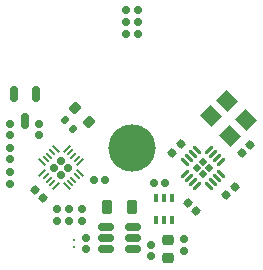
<source format=gtp>
G04 #@! TF.GenerationSoftware,KiCad,Pcbnew,8.0.5*
G04 #@! TF.CreationDate,2025-01-04T21:13:05-06:00*
G04 #@! TF.ProjectId,button_transmitter,62757474-6f6e-45f7-9472-616e736d6974,rev?*
G04 #@! TF.SameCoordinates,PX481dea0PY631a57d*
G04 #@! TF.FileFunction,Paste,Top*
G04 #@! TF.FilePolarity,Positive*
%FSLAX46Y46*%
G04 Gerber Fmt 4.6, Leading zero omitted, Abs format (unit mm)*
G04 Created by KiCad (PCBNEW 8.0.5) date 2025-01-04 21:13:05*
%MOMM*%
%LPD*%
G01*
G04 APERTURE LIST*
G04 Aperture macros list*
%AMRoundRect*
0 Rectangle with rounded corners*
0 $1 Rounding radius*
0 $2 $3 $4 $5 $6 $7 $8 $9 X,Y pos of 4 corners*
0 Add a 4 corners polygon primitive as box body*
4,1,4,$2,$3,$4,$5,$6,$7,$8,$9,$2,$3,0*
0 Add four circle primitives for the rounded corners*
1,1,$1+$1,$2,$3*
1,1,$1+$1,$4,$5*
1,1,$1+$1,$6,$7*
1,1,$1+$1,$8,$9*
0 Add four rect primitives between the rounded corners*
20,1,$1+$1,$2,$3,$4,$5,0*
20,1,$1+$1,$4,$5,$6,$7,0*
20,1,$1+$1,$6,$7,$8,$9,0*
20,1,$1+$1,$8,$9,$2,$3,0*%
%AMRotRect*
0 Rectangle, with rotation*
0 The origin of the aperture is its center*
0 $1 length*
0 $2 width*
0 $3 Rotation angle, in degrees counterclockwise*
0 Add horizontal line*
21,1,$1,$2,0,0,$3*%
%AMFreePoly0*
4,1,14,0.334644,0.085355,0.385355,0.034644,0.400000,-0.000711,0.400000,-0.050000,0.385355,-0.085355,0.350000,-0.100000,-0.350000,-0.100000,-0.385355,-0.085355,-0.400000,-0.050000,-0.400000,0.050000,-0.385355,0.085355,-0.350000,0.100000,0.299289,0.100000,0.334644,0.085355,0.334644,0.085355,$1*%
%AMFreePoly1*
4,1,14,0.385355,0.085355,0.400000,0.050000,0.400000,0.000711,0.385355,-0.034644,0.334644,-0.085355,0.299289,-0.100000,-0.350000,-0.100000,-0.385355,-0.085355,-0.400000,-0.050000,-0.400000,0.050000,-0.385355,0.085355,-0.350000,0.100000,0.350000,0.100000,0.385355,0.085355,0.385355,0.085355,$1*%
%AMFreePoly2*
4,1,14,0.085355,0.385355,0.100000,0.350000,0.100000,-0.350000,0.085355,-0.385355,0.050000,-0.400000,-0.050000,-0.400000,-0.085355,-0.385355,-0.100000,-0.350000,-0.100000,0.299289,-0.085355,0.334644,-0.034644,0.385355,0.000711,0.400000,0.050000,0.400000,0.085355,0.385355,0.085355,0.385355,$1*%
%AMFreePoly3*
4,1,14,0.034644,0.385355,0.085355,0.334644,0.100000,0.299289,0.100000,-0.350000,0.085355,-0.385355,0.050000,-0.400000,-0.050000,-0.400000,-0.085355,-0.385355,-0.100000,-0.350000,-0.100000,0.350000,-0.085355,0.385355,-0.050000,0.400000,-0.000711,0.400000,0.034644,0.385355,0.034644,0.385355,$1*%
%AMFreePoly4*
4,1,14,0.385355,0.085355,0.400000,0.050000,0.400000,-0.050000,0.385355,-0.085355,0.350000,-0.100000,-0.299289,-0.100000,-0.334644,-0.085355,-0.385355,-0.034644,-0.400000,0.000711,-0.400000,0.050000,-0.385355,0.085355,-0.350000,0.100000,0.350000,0.100000,0.385355,0.085355,0.385355,0.085355,$1*%
%AMFreePoly5*
4,1,14,0.385355,0.085355,0.400000,0.050000,0.400000,-0.050000,0.385355,-0.085355,0.350000,-0.100000,-0.350000,-0.100000,-0.385355,-0.085355,-0.400000,-0.050000,-0.400000,-0.000711,-0.385355,0.034644,-0.334644,0.085355,-0.299289,0.100000,0.350000,0.100000,0.385355,0.085355,0.385355,0.085355,$1*%
%AMFreePoly6*
4,1,14,0.085355,0.385355,0.100000,0.350000,0.100000,-0.299289,0.085355,-0.334644,0.034644,-0.385355,-0.000711,-0.400000,-0.050000,-0.400000,-0.085355,-0.385355,-0.100000,-0.350000,-0.100000,0.350000,-0.085355,0.385355,-0.050000,0.400000,0.050000,0.400000,0.085355,0.385355,0.085355,0.385355,$1*%
%AMFreePoly7*
4,1,14,0.085355,0.385355,0.100000,0.350000,0.100000,-0.350000,0.085355,-0.385355,0.050000,-0.400000,0.000711,-0.400000,-0.034644,-0.385355,-0.085355,-0.334644,-0.100000,-0.299289,-0.100000,0.350000,-0.085355,0.385355,-0.050000,0.400000,0.050000,0.400000,0.085355,0.385355,0.085355,0.385355,$1*%
G04 Aperture macros list end*
%ADD10RoundRect,0.150000X0.035355X-0.247487X0.247487X-0.035355X-0.035355X0.247487X-0.247487X0.035355X0*%
%ADD11RoundRect,0.150000X-0.200000X0.150000X-0.200000X-0.150000X0.200000X-0.150000X0.200000X0.150000X0*%
%ADD12RoundRect,0.150000X0.200000X-0.150000X0.200000X0.150000X-0.200000X0.150000X-0.200000X-0.150000X0*%
%ADD13RoundRect,0.150000X0.150000X0.200000X-0.150000X0.200000X-0.150000X-0.200000X0.150000X-0.200000X0*%
%ADD14RoundRect,0.050000X-0.075000X0.050000X-0.075000X-0.050000X0.075000X-0.050000X0.075000X0.050000X0*%
%ADD15RoundRect,0.225000X-0.250000X0.225000X-0.250000X-0.225000X0.250000X-0.225000X0.250000X0.225000X0*%
%ADD16RoundRect,0.172500X0.000000X-0.243952X0.243952X0.000000X0.000000X0.243952X-0.243952X0.000000X0*%
%ADD17FreePoly0,45.000000*%
%ADD18RoundRect,0.050000X-0.212132X-0.282843X0.282843X0.212132X0.212132X0.282843X-0.282843X-0.212132X0*%
%ADD19FreePoly1,45.000000*%
%ADD20FreePoly2,45.000000*%
%ADD21RoundRect,0.050000X0.212132X-0.282843X0.282843X-0.212132X-0.212132X0.282843X-0.282843X0.212132X0*%
%ADD22FreePoly3,45.000000*%
%ADD23FreePoly4,45.000000*%
%ADD24FreePoly5,45.000000*%
%ADD25FreePoly6,45.000000*%
%ADD26FreePoly7,45.000000*%
%ADD27RoundRect,0.218750X0.218750X0.381250X-0.218750X0.381250X-0.218750X-0.381250X0.218750X-0.381250X0*%
%ADD28RoundRect,0.150000X-0.247487X-0.035355X-0.035355X-0.247487X0.247487X0.035355X0.035355X0.247487X0*%
%ADD29C,4.000000*%
%ADD30RoundRect,0.100000X0.100000X-0.225000X0.100000X0.225000X-0.100000X0.225000X-0.100000X-0.225000X0*%
%ADD31RoundRect,0.150000X0.247487X0.035355X0.035355X0.247487X-0.247487X-0.035355X-0.035355X-0.247487X0*%
%ADD32RotRect,1.400000X1.200000X315.000000*%
%ADD33RoundRect,0.150000X-0.035355X0.247487X-0.247487X0.035355X0.035355X-0.247487X0.247487X-0.035355X0*%
%ADD34RoundRect,0.150000X-0.150000X0.512500X-0.150000X-0.512500X0.150000X-0.512500X0.150000X0.512500X0*%
%ADD35RoundRect,0.145000X0.000000X0.205061X-0.205061X0.000000X0.000000X-0.205061X0.205061X0.000000X0*%
%ADD36RoundRect,0.062500X0.220971X0.309359X-0.309359X-0.220971X-0.220971X-0.309359X0.309359X0.220971X0*%
%ADD37RoundRect,0.062500X-0.220971X0.309359X-0.309359X0.220971X0.220971X-0.309359X0.309359X-0.220971X0*%
%ADD38RoundRect,0.150000X-0.512500X-0.150000X0.512500X-0.150000X0.512500X0.150000X-0.512500X0.150000X0*%
%ADD39RoundRect,0.200000X-0.335876X-0.053033X-0.053033X-0.335876X0.335876X0.053033X0.053033X0.335876X0*%
%ADD40RoundRect,0.135000X-0.226274X-0.035355X-0.035355X-0.226274X0.226274X0.035355X0.035355X0.226274X0*%
%ADD41RoundRect,0.150000X-0.150000X-0.200000X0.150000X-0.200000X0.150000X0.200000X-0.150000X0.200000X0*%
G04 APERTURE END LIST*
D10*
X9296447Y-396627D03*
X10003553Y310477D03*
D11*
X-6360003Y-5165575D03*
X-6359999Y-6165575D03*
D12*
X-10300000Y-948073D03*
X-10300000Y21923D03*
D13*
X2820000Y-2973077D03*
X1820000Y-2973073D03*
D14*
X-4957502Y-7798071D03*
X-4957502Y-8348071D03*
D13*
X-2250000Y-2723076D03*
X-3250000Y-2723074D03*
D11*
X1630001Y-8155575D03*
X1629999Y-9150575D03*
D15*
X3050000Y-7768075D03*
X3050000Y-9318075D03*
D16*
X-6601041Y-1653077D03*
X-5999998Y-2254116D03*
X-6000002Y-1052034D03*
X-5398959Y-1653073D03*
D17*
X-7590990Y-2112695D03*
D18*
X-7308148Y-2395537D03*
X-7025304Y-2678379D03*
X-6742462Y-2961223D03*
D19*
X-6459620Y-3244065D03*
D20*
X-5540380Y-3244065D03*
D21*
X-5257538Y-2961223D03*
X-4974696Y-2678379D03*
X-4691852Y-2395537D03*
D22*
X-4409010Y-2112695D03*
D23*
X-4409010Y-1193455D03*
D18*
X-4691852Y-910613D03*
X-4974696Y-627771D03*
X-5257538Y-344927D03*
D24*
X-5540380Y-62085D03*
D25*
X-6459620Y-62085D03*
D21*
X-6742462Y-344927D03*
X-7025304Y-627771D03*
X-7308148Y-910613D03*
D26*
X-7590990Y-1193455D03*
D27*
X-7500Y-4963075D03*
X-2132500Y-4963075D03*
D28*
X4736447Y-4609521D03*
X5443553Y-5316629D03*
D12*
X-10292501Y1089425D03*
X-10292499Y2084425D03*
D29*
X0Y0D03*
D11*
X-10300001Y-2035576D03*
X-10299999Y-3030574D03*
D12*
X-5320000Y-6150575D03*
X-5320000Y-5180575D03*
D30*
X2057500Y-6123075D03*
X2707500Y-6123075D03*
X3357500Y-6123075D03*
X3357500Y-4223075D03*
X2707500Y-4223075D03*
X2057500Y-4223075D03*
D11*
X4380002Y-7675575D03*
X4380000Y-8670575D03*
D31*
X-7526447Y-4206629D03*
X-8233553Y-3499521D03*
D32*
X6702755Y2686024D03*
X8329099Y1059680D03*
X9637245Y2367826D03*
X8010901Y3994170D03*
D33*
X8673553Y-3269523D03*
X7966447Y-3976627D03*
D11*
X-7842499Y2084425D03*
X-7842501Y1089425D03*
D13*
X507499Y11696924D03*
X-487501Y11696926D03*
D34*
X-8110000Y4594425D03*
X-10010000Y4594425D03*
X-9060000Y2319425D03*
D35*
X6509117Y-1673075D03*
X6000000Y-1163958D03*
X6000000Y-2182192D03*
X5490883Y-1673075D03*
D36*
X7546797Y-1186941D03*
X7193242Y-833385D03*
X6839692Y-479832D03*
X6486134Y-126278D03*
D37*
X5513866Y-126278D03*
X5160310Y-479833D03*
X4806757Y-833383D03*
X4453203Y-1186941D03*
D36*
X4453203Y-2159209D03*
X4806758Y-2512765D03*
X5160308Y-2866318D03*
X5513866Y-3219872D03*
D37*
X6486134Y-3219872D03*
X6839690Y-2866317D03*
X7193243Y-2512767D03*
X7546797Y-2159209D03*
D12*
X-4270000Y-6153074D03*
X-4269998Y-5158076D03*
D38*
X-2205000Y-6653075D03*
X-2205000Y-7603075D03*
X-2205000Y-8553075D03*
X70000Y-8553075D03*
X70000Y-7603075D03*
X70000Y-6653075D03*
D39*
X-4833363Y3380288D03*
X-3666637Y2213562D03*
D33*
X4101785Y328710D03*
X3398215Y-374860D03*
D12*
X-3897500Y-8573072D03*
X-3897500Y-7573072D03*
D13*
X497500Y9636924D03*
X-497500Y9636926D03*
D40*
X-5680623Y2367549D03*
X-4959377Y1646301D03*
D41*
X-500000Y10666925D03*
X500000Y10666925D03*
M02*

</source>
